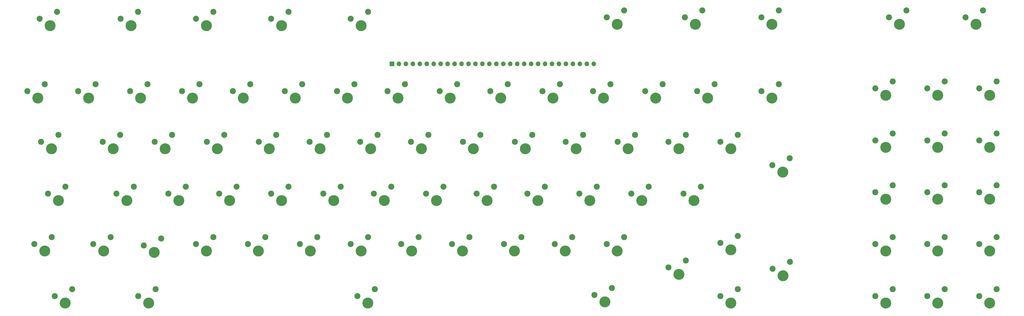
<source format=gbr>
%TF.GenerationSoftware,KiCad,Pcbnew,8.99.0-99-g23169ca1a7*%
%TF.CreationDate,2024-03-31T01:18:58-03:00*%
%TF.ProjectId,klaviatar,6b6c6176-6961-4746-9172-2e6b69636164,rev?*%
%TF.SameCoordinates,Original*%
%TF.FileFunction,Soldermask,Bot*%
%TF.FilePolarity,Negative*%
%FSLAX46Y46*%
G04 Gerber Fmt 4.6, Leading zero omitted, Abs format (unit mm)*
G04 Created by KiCad (PCBNEW 8.99.0-99-g23169ca1a7) date 2024-03-31 01:18:58*
%MOMM*%
%LPD*%
G01*
G04 APERTURE LIST*
%ADD10C,4.000000*%
%ADD11C,2.200000*%
%ADD12R,1.700000X1.700000*%
%ADD13O,1.700000X1.700000*%
G04 APERTURE END LIST*
D10*
%TO.C,SW89*%
X375500000Y-50500000D03*
D11*
X378040000Y-45420000D03*
X371690000Y-47960000D03*
%TD*%
D12*
%TO.C,J1*%
X162260000Y-65000000D03*
D13*
X164800000Y-65000000D03*
X167340000Y-65000000D03*
X169880000Y-65000000D03*
X172420000Y-65000000D03*
X174960000Y-65000000D03*
X177500000Y-65000000D03*
X180040000Y-65000000D03*
X182580000Y-65000000D03*
X185120000Y-65000000D03*
X187660000Y-65000000D03*
X190200000Y-65000000D03*
X192740000Y-65000000D03*
X195280000Y-65000000D03*
X197820000Y-65000000D03*
X200360000Y-65000000D03*
X202900000Y-65000000D03*
X205440000Y-65000000D03*
X207980000Y-65000000D03*
X210520000Y-65000000D03*
X213060000Y-65000000D03*
X215600000Y-65000000D03*
X218140000Y-65000000D03*
X220680000Y-65000000D03*
X223220000Y-65000000D03*
X225760000Y-65000000D03*
X228300000Y-65000000D03*
X230840000Y-65000000D03*
X233380000Y-65000000D03*
X235920000Y-65000000D03*
%TD*%
D10*
%TO.C,SW88*%
X221000000Y-77500000D03*
D11*
X223540000Y-72420000D03*
X217190000Y-74960000D03*
%TD*%
D10*
%TO.C,SW87*%
X229500000Y-96000000D03*
D11*
X232040000Y-90920000D03*
X225690000Y-93460000D03*
%TD*%
D10*
%TO.C,SW86*%
X234500000Y-115000000D03*
D11*
X237040000Y-109920000D03*
X230690000Y-112460000D03*
%TD*%
D10*
%TO.C,SW85*%
X244500000Y-133500000D03*
D11*
X247040000Y-128420000D03*
X240690000Y-130960000D03*
%TD*%
D10*
%TO.C,SW84*%
X239500000Y-77500000D03*
D11*
X242040000Y-72420000D03*
X235690000Y-74960000D03*
%TD*%
D10*
%TO.C,SW83*%
X248500000Y-96000000D03*
D11*
X251040000Y-90920000D03*
X244690000Y-93460000D03*
%TD*%
D10*
%TO.C,SW82*%
X253500000Y-115000000D03*
D11*
X256040000Y-109920000D03*
X249690000Y-112460000D03*
%TD*%
D10*
%TO.C,SW81*%
X267000000Y-142000000D03*
D11*
X269540000Y-136920000D03*
X263190000Y-139460000D03*
%TD*%
D10*
%TO.C,SW80*%
X258500000Y-77500000D03*
D11*
X261040000Y-72420000D03*
X254690000Y-74960000D03*
%TD*%
D10*
%TO.C,SW79*%
X267000000Y-96000000D03*
D11*
X269540000Y-90920000D03*
X263190000Y-93460000D03*
%TD*%
D10*
%TO.C,SW78*%
X272500000Y-115000000D03*
D11*
X275040000Y-109920000D03*
X268690000Y-112460000D03*
%TD*%
D10*
%TO.C,SW77*%
X188000000Y-133500000D03*
D11*
X190540000Y-128420000D03*
X184190000Y-130960000D03*
%TD*%
D10*
%TO.C,SW76*%
X286000000Y-96000000D03*
D11*
X288540000Y-90920000D03*
X282190000Y-93460000D03*
%TD*%
D10*
%TO.C,SW75*%
X286000000Y-133000000D03*
D11*
X288540000Y-127920000D03*
X282190000Y-130460000D03*
%TD*%
D10*
%TO.C,SW74*%
X286000000Y-152500000D03*
D11*
X288540000Y-147420000D03*
X282190000Y-149960000D03*
%TD*%
D10*
%TO.C,SW73*%
X169500000Y-133500000D03*
D11*
X172040000Y-128420000D03*
X165690000Y-130960000D03*
%TD*%
D10*
%TO.C,SW72*%
X277500000Y-77500000D03*
D11*
X280040000Y-72420000D03*
X273690000Y-74960000D03*
%TD*%
D10*
%TO.C,SW71*%
X304960000Y-104580000D03*
D11*
X307500000Y-99500000D03*
X301150000Y-102040000D03*
%TD*%
D10*
%TO.C,SW70*%
X305000000Y-142500000D03*
D11*
X307540000Y-137420000D03*
X301190000Y-139960000D03*
%TD*%
D10*
%TO.C,SW69*%
X153500000Y-152500000D03*
D11*
X156040000Y-147420000D03*
X149690000Y-149960000D03*
%TD*%
D10*
%TO.C,SW68*%
X244500000Y-50500000D03*
D11*
X247040000Y-45420000D03*
X240690000Y-47960000D03*
%TD*%
D10*
%TO.C,SW67*%
X273000000Y-50500000D03*
D11*
X275540000Y-45420000D03*
X269190000Y-47960000D03*
%TD*%
D10*
%TO.C,SW66*%
X301000000Y-77500000D03*
D11*
X303540000Y-72420000D03*
X297190000Y-74960000D03*
%TD*%
D10*
%TO.C,SW65*%
X132500000Y-133500000D03*
D11*
X135040000Y-128420000D03*
X128690000Y-130960000D03*
%TD*%
D10*
%TO.C,SW64*%
X347500000Y-50500000D03*
D11*
X350040000Y-45420000D03*
X343690000Y-47960000D03*
%TD*%
D10*
%TO.C,SW63*%
X301000000Y-50500000D03*
D11*
X303540000Y-45420000D03*
X297190000Y-47960000D03*
%TD*%
D10*
%TO.C,SW62*%
X342500000Y-76500000D03*
D11*
X345040000Y-71420000D03*
X338690000Y-73960000D03*
%TD*%
D10*
%TO.C,SW61*%
X113500000Y-133500000D03*
D11*
X116040000Y-128420000D03*
X109690000Y-130960000D03*
%TD*%
D10*
%TO.C,SW60*%
X380500000Y-114500000D03*
D11*
X383040000Y-109420000D03*
X376690000Y-111960000D03*
%TD*%
D10*
%TO.C,SW59*%
X361500000Y-114500000D03*
D11*
X364040000Y-109420000D03*
X357690000Y-111960000D03*
%TD*%
D10*
%TO.C,SW58*%
X342500000Y-114500000D03*
D11*
X345040000Y-109420000D03*
X338690000Y-111960000D03*
%TD*%
D10*
%TO.C,SW57*%
X94500000Y-133500000D03*
D11*
X97040000Y-128420000D03*
X90690000Y-130960000D03*
%TD*%
D10*
%TO.C,SW56*%
X380500000Y-133500000D03*
D11*
X383040000Y-128420000D03*
X376690000Y-130960000D03*
%TD*%
D10*
%TO.C,SW55*%
X361500000Y-133500000D03*
D11*
X364040000Y-128420000D03*
X357690000Y-130960000D03*
%TD*%
D10*
%TO.C,SW54*%
X342500000Y-133500000D03*
D11*
X345040000Y-128420000D03*
X338690000Y-130960000D03*
%TD*%
D10*
%TO.C,SW53*%
X73500000Y-152500000D03*
D11*
X76040000Y-147420000D03*
X69690000Y-149960000D03*
%TD*%
D10*
%TO.C,SW52*%
X380500000Y-152500000D03*
D11*
X383040000Y-147420000D03*
X376690000Y-149960000D03*
%TD*%
D10*
%TO.C,SW51*%
X361500000Y-152500000D03*
D11*
X364040000Y-147420000D03*
X357690000Y-149960000D03*
%TD*%
D10*
%TO.C,SW50*%
X342500000Y-152500000D03*
D11*
X345040000Y-147420000D03*
X338690000Y-149960000D03*
%TD*%
D10*
%TO.C,SW49*%
X35500000Y-133500000D03*
D11*
X38040000Y-128420000D03*
X31690000Y-130960000D03*
%TD*%
D10*
%TO.C,SW48*%
X380500000Y-95500000D03*
D11*
X383040000Y-90420000D03*
X376690000Y-92960000D03*
%TD*%
D10*
%TO.C,SW47*%
X361500000Y-95500000D03*
D11*
X364040000Y-90420000D03*
X357690000Y-92960000D03*
%TD*%
D10*
%TO.C,SW46*%
X342500000Y-95500000D03*
D11*
X345040000Y-90420000D03*
X338690000Y-92960000D03*
%TD*%
D10*
%TO.C,SW45*%
X239960000Y-152080000D03*
D11*
X242500000Y-147000000D03*
X236150000Y-149540000D03*
%TD*%
D10*
%TO.C,SW44*%
X225500000Y-133500000D03*
D11*
X228040000Y-128420000D03*
X221690000Y-130960000D03*
%TD*%
D10*
%TO.C,SW43*%
X215500000Y-115000000D03*
D11*
X218040000Y-109920000D03*
X211690000Y-112460000D03*
%TD*%
D10*
%TO.C,SW42*%
X207000000Y-133500000D03*
D11*
X209540000Y-128420000D03*
X203190000Y-130960000D03*
%TD*%
D10*
%TO.C,SW41*%
X197000000Y-115000000D03*
D11*
X199540000Y-109920000D03*
X193190000Y-112460000D03*
%TD*%
D10*
%TO.C,SW40*%
X178500000Y-115000000D03*
D11*
X181040000Y-109920000D03*
X174690000Y-112460000D03*
%TD*%
D10*
%TO.C,SW39*%
X173000000Y-96000000D03*
D11*
X175540000Y-90920000D03*
X169190000Y-93460000D03*
%TD*%
D10*
%TO.C,SW38*%
X159500000Y-115000000D03*
D11*
X162040000Y-109920000D03*
X155690000Y-112460000D03*
%TD*%
D10*
%TO.C,SW37*%
X154500000Y-96000000D03*
D11*
X157040000Y-90920000D03*
X150690000Y-93460000D03*
%TD*%
D10*
%TO.C,SW36*%
X151000000Y-133500000D03*
D11*
X153540000Y-128420000D03*
X147190000Y-130960000D03*
%TD*%
D10*
%TO.C,SW35*%
X141000000Y-115000000D03*
D11*
X143540000Y-109920000D03*
X137190000Y-112460000D03*
%TD*%
D10*
%TO.C,SW34*%
X122000000Y-115000000D03*
D11*
X124540000Y-109920000D03*
X118190000Y-112460000D03*
%TD*%
D10*
%TO.C,SW33*%
X117500000Y-96000000D03*
D11*
X120040000Y-90920000D03*
X113690000Y-93460000D03*
%TD*%
D10*
%TO.C,SW32*%
X103000000Y-115000000D03*
D11*
X105540000Y-109920000D03*
X99190000Y-112460000D03*
%TD*%
D10*
%TO.C,SW31*%
X98500000Y-96000000D03*
D11*
X101040000Y-90920000D03*
X94690000Y-93460000D03*
%TD*%
D10*
%TO.C,SW30*%
X84500000Y-115000000D03*
D11*
X87040000Y-109920000D03*
X80690000Y-112460000D03*
%TD*%
D10*
%TO.C,SW29*%
X79500000Y-96000000D03*
D11*
X82040000Y-90920000D03*
X75690000Y-93460000D03*
%TD*%
D10*
%TO.C,SW28*%
X75500000Y-134000000D03*
D11*
X78040000Y-128920000D03*
X71690000Y-131460000D03*
%TD*%
D10*
%TO.C,SW27*%
X65500000Y-115000000D03*
D11*
X68040000Y-109920000D03*
X61690000Y-112460000D03*
%TD*%
D10*
%TO.C,SW26*%
X57000000Y-133500000D03*
D11*
X59540000Y-128420000D03*
X53190000Y-130960000D03*
%TD*%
D10*
%TO.C,SW25*%
X40500000Y-115000000D03*
D11*
X43040000Y-109920000D03*
X36690000Y-112460000D03*
%TD*%
D10*
%TO.C,SW24*%
X43000000Y-152500000D03*
D11*
X45540000Y-147420000D03*
X39190000Y-149960000D03*
%TD*%
D10*
%TO.C,SW22*%
X211000000Y-96000000D03*
D11*
X213540000Y-90920000D03*
X207190000Y-93460000D03*
%TD*%
D10*
%TO.C,SW21*%
X192000000Y-96000000D03*
D11*
X194540000Y-90920000D03*
X188190000Y-93460000D03*
%TD*%
D10*
%TO.C,SW20*%
X164500000Y-77500000D03*
D11*
X167040000Y-72420000D03*
X160690000Y-74960000D03*
%TD*%
D10*
%TO.C,SW19*%
X146000000Y-77500000D03*
D11*
X148540000Y-72420000D03*
X142190000Y-74960000D03*
%TD*%
D10*
%TO.C,SW18*%
X136000000Y-96000000D03*
D11*
X138540000Y-90920000D03*
X132190000Y-93460000D03*
%TD*%
D10*
%TO.C,SW17*%
X108000000Y-77500000D03*
D11*
X110540000Y-72420000D03*
X104190000Y-74960000D03*
%TD*%
D10*
%TO.C,SW16*%
X89500000Y-77500000D03*
D11*
X92040000Y-72420000D03*
X85690000Y-74960000D03*
%TD*%
D10*
%TO.C,SW15*%
X70500000Y-77500000D03*
D11*
X73040000Y-72420000D03*
X66690000Y-74960000D03*
%TD*%
D10*
%TO.C,SW14*%
X60500000Y-96000000D03*
D11*
X63040000Y-90920000D03*
X56690000Y-93460000D03*
%TD*%
D10*
%TO.C,SW13*%
X37960000Y-96080000D03*
D11*
X40500000Y-91000000D03*
X34150000Y-93540000D03*
%TD*%
D10*
%TO.C,SW12*%
X361500000Y-76500000D03*
D11*
X364040000Y-71420000D03*
X357690000Y-73960000D03*
%TD*%
D10*
%TO.C,SW11*%
X202000000Y-77500000D03*
D11*
X204540000Y-72420000D03*
X198190000Y-74960000D03*
%TD*%
D10*
%TO.C,SW10*%
X183500000Y-77500000D03*
D11*
X186040000Y-72420000D03*
X179690000Y-74960000D03*
%TD*%
D10*
%TO.C,SW9*%
X151000000Y-51000000D03*
D11*
X153540000Y-45920000D03*
X147190000Y-48460000D03*
%TD*%
D10*
%TO.C,SW8*%
X122000000Y-51000000D03*
D11*
X124540000Y-45920000D03*
X118190000Y-48460000D03*
%TD*%
D10*
%TO.C,SW7*%
X127000000Y-77500000D03*
D11*
X129540000Y-72420000D03*
X123190000Y-74960000D03*
%TD*%
D10*
%TO.C,SW6*%
X94500000Y-51000000D03*
D11*
X97040000Y-45920000D03*
X90690000Y-48460000D03*
%TD*%
D10*
%TO.C,SW5*%
X67000000Y-51000000D03*
D11*
X69540000Y-45920000D03*
X63190000Y-48460000D03*
%TD*%
D10*
%TO.C,SW4*%
X37500000Y-51000000D03*
D11*
X40040000Y-45920000D03*
X33690000Y-48460000D03*
%TD*%
D10*
%TO.C,SW3*%
X51500000Y-77500000D03*
D11*
X54040000Y-72420000D03*
X47690000Y-74960000D03*
%TD*%
D10*
%TO.C,SW2*%
X33000000Y-77500000D03*
D11*
X35540000Y-72420000D03*
X29190000Y-74960000D03*
%TD*%
D10*
%TO.C,SW1*%
X380500000Y-76500000D03*
D11*
X383040000Y-71420000D03*
X376690000Y-73960000D03*
%TD*%
M02*

</source>
